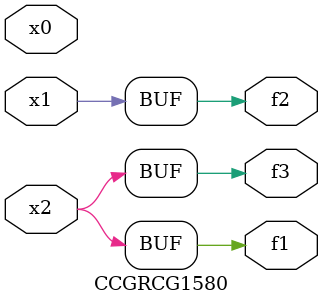
<source format=v>
module CCGRCG1580(
	input x0, x1, x2,
	output f1, f2, f3
);
	assign f1 = x2;
	assign f2 = x1;
	assign f3 = x2;
endmodule

</source>
